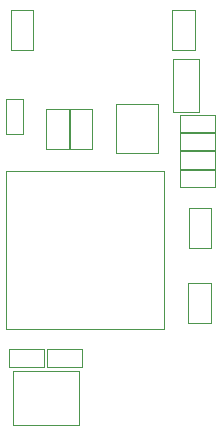
<source format=gbr>
%TF.GenerationSoftware,KiCad,Pcbnew,(5.1.7)-1*%
%TF.CreationDate,2020-10-26T01:34:49-04:00*%
%TF.ProjectId,OreoOrtho,4f72656f-4f72-4746-986f-2e6b69636164,rev?*%
%TF.SameCoordinates,Original*%
%TF.FileFunction,Other,User*%
%FSLAX46Y46*%
G04 Gerber Fmt 4.6, Leading zero omitted, Abs format (unit mm)*
G04 Created by KiCad (PCBNEW (5.1.7)-1) date 2020-10-26 01:34:49*
%MOMM*%
%LPD*%
G01*
G04 APERTURE LIST*
%ADD10C,0.050000*%
G04 APERTURE END LIST*
D10*
%TO.C,U1*%
X179561000Y-63428200D02*
X192961000Y-63428200D01*
X179561000Y-50028200D02*
X192961000Y-50028200D01*
X192961000Y-50028200D02*
X192961000Y-63428200D01*
X179561000Y-50028200D02*
X179561000Y-63428200D01*
%TO.C,C7*%
X194331000Y-49948200D02*
X197291000Y-49948200D01*
X194331000Y-51408200D02*
X194331000Y-49948200D01*
X197291000Y-51408200D02*
X194331000Y-51408200D01*
X197291000Y-49948200D02*
X197291000Y-51408200D01*
%TO.C,Y1*%
X180149000Y-71593800D02*
X185749000Y-71593800D01*
X180149000Y-66993800D02*
X180149000Y-71593800D01*
X185749000Y-66993800D02*
X180149000Y-66993800D01*
X185749000Y-71593800D02*
X185749000Y-66993800D01*
%TO.C,U2*%
X188911000Y-44428200D02*
X192411000Y-44428200D01*
X188911000Y-44428200D02*
X188911000Y-48528200D01*
X192411000Y-48528200D02*
X192411000Y-44428200D01*
X192411000Y-48528200D02*
X188911000Y-48528200D01*
%TO.C,R6*%
X181861000Y-36448200D02*
X181861000Y-39808200D01*
X179961000Y-36448200D02*
X181861000Y-36448200D01*
X179961000Y-39808200D02*
X179961000Y-36448200D01*
X181861000Y-39808200D02*
X179961000Y-39808200D01*
%TO.C,R5*%
X186861000Y-44798200D02*
X186861000Y-48158200D01*
X184961000Y-44798200D02*
X186861000Y-44798200D01*
X184961000Y-48158200D02*
X184961000Y-44798200D01*
X186861000Y-48158200D02*
X184961000Y-48158200D01*
%TO.C,R4*%
X182961000Y-48158200D02*
X182961000Y-44798200D01*
X184861000Y-48158200D02*
X182961000Y-48158200D01*
X184861000Y-44798200D02*
X184861000Y-48158200D01*
X182961000Y-44798200D02*
X184861000Y-44798200D01*
%TO.C,R3*%
X195561000Y-36448200D02*
X195561000Y-39808200D01*
X193661000Y-36448200D02*
X195561000Y-36448200D01*
X193661000Y-39808200D02*
X193661000Y-36448200D01*
X195561000Y-39808200D02*
X193661000Y-39808200D01*
%TO.C,R2*%
X195061000Y-56558200D02*
X195061000Y-53198200D01*
X196961000Y-56558200D02*
X195061000Y-56558200D01*
X196961000Y-53198200D02*
X196961000Y-56558200D01*
X195061000Y-53198200D02*
X196961000Y-53198200D01*
%TO.C,R1*%
X196911000Y-59548200D02*
X196911000Y-62908200D01*
X195011000Y-59548200D02*
X196911000Y-59548200D01*
X195011000Y-62908200D02*
X195011000Y-59548200D01*
X196911000Y-62908200D02*
X195011000Y-62908200D01*
%TO.C,F1*%
X193691000Y-45108200D02*
X193691000Y-40548200D01*
X195931000Y-45108200D02*
X193691000Y-45108200D01*
X195931000Y-40548200D02*
X195931000Y-45108200D01*
X193691000Y-40548200D02*
X195931000Y-40548200D01*
%TO.C,C6*%
X194323000Y-48398200D02*
X197283000Y-48398200D01*
X194323000Y-49858200D02*
X194323000Y-48398200D01*
X197283000Y-49858200D02*
X194323000Y-49858200D01*
X197283000Y-48398200D02*
X197283000Y-49858200D01*
%TO.C,C5*%
X194323000Y-46848200D02*
X197283000Y-46848200D01*
X194323000Y-48308200D02*
X194323000Y-46848200D01*
X197283000Y-48308200D02*
X194323000Y-48308200D01*
X197283000Y-46848200D02*
X197283000Y-48308200D01*
%TO.C,C4*%
X194323000Y-45288800D02*
X197283000Y-45288800D01*
X194323000Y-46748800D02*
X194323000Y-45288800D01*
X197283000Y-46748800D02*
X194323000Y-46748800D01*
X197283000Y-45288800D02*
X197283000Y-46748800D01*
%TO.C,C3*%
X179531000Y-46908200D02*
X179531000Y-43948200D01*
X180991000Y-46908200D02*
X179531000Y-46908200D01*
X180991000Y-43948200D02*
X180991000Y-46908200D01*
X179531000Y-43948200D02*
X180991000Y-43948200D01*
%TO.C,C2*%
X179819000Y-65163800D02*
X182779000Y-65163800D01*
X179819000Y-66623800D02*
X179819000Y-65163800D01*
X182779000Y-66623800D02*
X179819000Y-66623800D01*
X182779000Y-65163800D02*
X182779000Y-66623800D01*
%TO.C,C1*%
X186029000Y-66623800D02*
X183069000Y-66623800D01*
X186029000Y-65163800D02*
X186029000Y-66623800D01*
X183069000Y-65163800D02*
X186029000Y-65163800D01*
X183069000Y-66623800D02*
X183069000Y-65163800D01*
%TD*%
M02*

</source>
